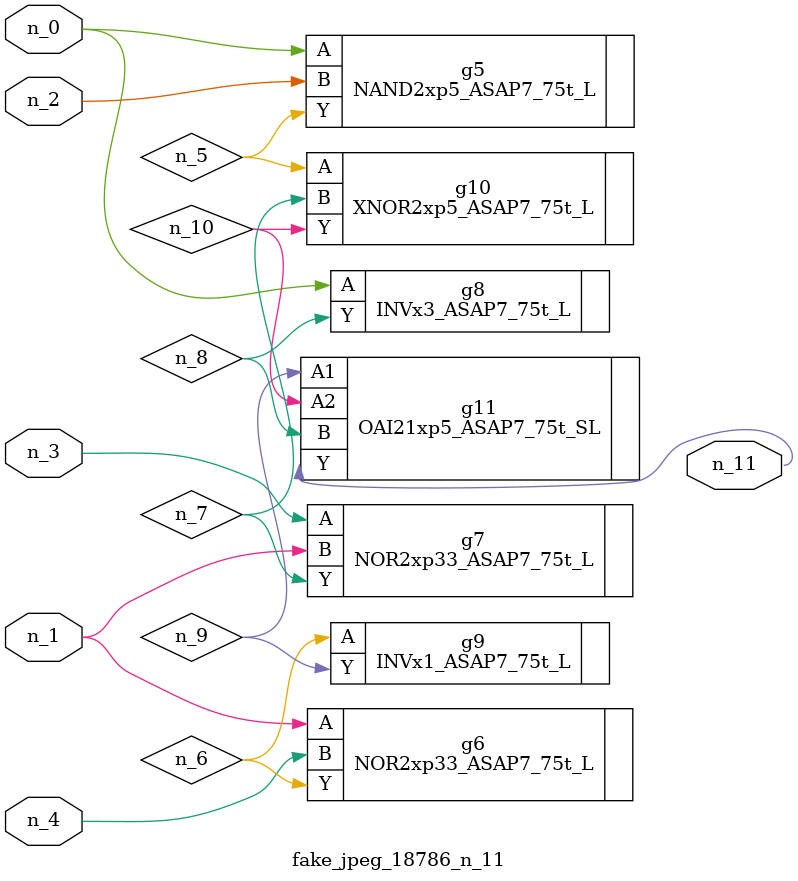
<source format=v>
module fake_jpeg_18786_n_11 (n_3, n_2, n_1, n_0, n_4, n_11);

input n_3;
input n_2;
input n_1;
input n_0;
input n_4;

output n_11;

wire n_10;
wire n_8;
wire n_9;
wire n_6;
wire n_5;
wire n_7;

NAND2xp5_ASAP7_75t_L g5 ( 
.A(n_0),
.B(n_2),
.Y(n_5)
);

NOR2xp33_ASAP7_75t_L g6 ( 
.A(n_1),
.B(n_4),
.Y(n_6)
);

NOR2xp33_ASAP7_75t_L g7 ( 
.A(n_3),
.B(n_1),
.Y(n_7)
);

INVx3_ASAP7_75t_L g8 ( 
.A(n_0),
.Y(n_8)
);

INVx1_ASAP7_75t_L g9 ( 
.A(n_6),
.Y(n_9)
);

OAI21xp5_ASAP7_75t_SL g11 ( 
.A1(n_9),
.A2(n_10),
.B(n_8),
.Y(n_11)
);

XNOR2xp5_ASAP7_75t_L g10 ( 
.A(n_5),
.B(n_7),
.Y(n_10)
);


endmodule
</source>
